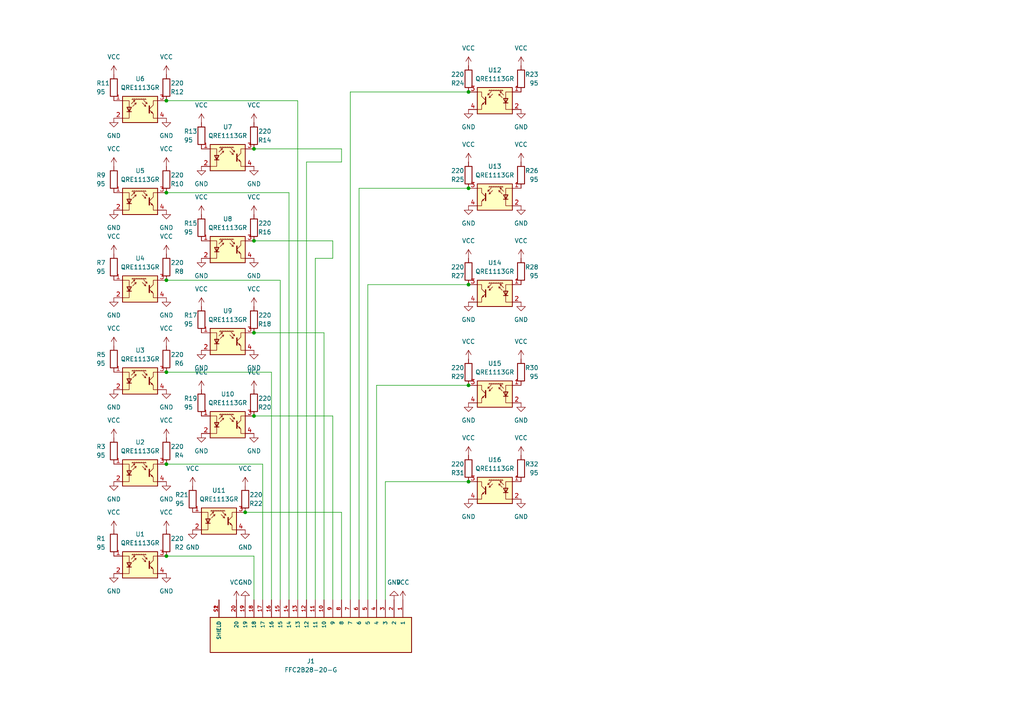
<source format=kicad_sch>
(kicad_sch (version 20230121) (generator eeschema)
  (paper "A4")
  (lib_symbols
    (symbol "Device:R" (pin_numbers hide) (pin_names (offset 0))
      (property "Reference" "R" (at 2.032 0 90))
      (property "Value" "R" (at 0 0 90))
      (symbol "R_0_1"
        (rectangle (start -1.016 -2.54) (end 1.016 2.54) (stroke (width 0.254)))
      )
      (symbol "R_1_1"
        (pin passive line (at 0 3.81 270) (length 1.27) (name "~") (number "1"))
        (pin passive line (at 0 -3.81 90) (length 1.27) (name "~") (number "2"))
      )
    )
    (symbol "FFC2B28-20-G:FFC2B28-20-G" (pin_names (offset 1.016))
      (property "Reference" "J" (at -5.08 28.702 0))
      (property "Value" "FFC2B28-20-G" (at -5.08 -33.02 0))
      (symbol "FFC2B28-20-G_0_0"
        (rectangle (start -5.08 -30.48) (end 5.08 27.94) (stroke (width 0.254)) (fill (type background)))
        (pin passive line (at -10.16 25.4 0) (length 5.08) (name "1") (number "1"))
        (pin passive line (at -10.16 2.54 0) (length 5.08) (name "10") (number "10"))
        (pin passive line (at -10.16 0 0) (length 5.08) (name "11") (number "11"))
        (pin passive line (at -10.16 -2.54 0) (length 5.08) (name "12") (number "12"))
        (pin passive line (at -10.16 -5.08 0) (length 5.08) (name "13") (number "13"))
        (pin passive line (at -10.16 -7.62 0) (length 5.08) (name "14") (number "14"))
        (pin passive line (at -10.16 -10.16 0) (length 5.08) (name "15") (number "15"))
        (pin passive line (at -10.16 -12.7 0) (length 5.08) (name "16") (number "16"))
        (pin passive line (at -10.16 -15.24 0) (length 5.08) (name "17") (number "17"))
        (pin passive line (at -10.16 -17.78 0) (length 5.08) (name "18") (number "18"))
        (pin passive line (at -10.16 -20.32 0) (length 5.08) (name "19") (number "19"))
        (pin passive line (at -10.16 22.86 0) (length 5.08) (name "2") (number "2"))
        (pin passive line (at -10.16 -22.86 0) (length 5.08) (name "20") (number "20"))
        (pin passive line (at -10.16 20.32 0) (length 5.08) (name "3") (number "3"))
        (pin passive line (at -10.16 17.78 0) (length 5.08) (name "4") (number "4"))
        (pin passive line (at -10.16 15.24 0) (length 5.08) (name "5") (number "5"))
        (pin passive line (at -10.16 12.7 0) (length 5.08) (name "6") (number "6"))
        (pin passive line (at -10.16 10.16 0) (length 5.08) (name "7") (number "7"))
        (pin passive line (at -10.16 7.62 0) (length 5.08) (name "8") (number "8"))
        (pin passive line (at -10.16 5.08 0) (length 5.08) (name "9") (number "9"))
        (pin passive line (at -10.16 -27.94 0) (length 5.08) (name "SHIELD") (number "S1"))
        (pin passive line (at -10.16 -27.94 0) (length 5.08) (name "SHIELD") (number "S2"))
      )
    )
    (symbol "Sensor_Proximity:QRE1113GR" (pin_names (offset 0.0254) hide)
      (property "Reference" "U" (at -3.81 5.08 0))
      (property "Value" "QRE1113GR" (at 11.43 5.08 0))
      (symbol "QRE1113GR_0_1"
        (polyline (pts (xy -3.81 -0.635) (xy -2.54 -0.635)) (stroke (width 0.254)))
        (polyline (pts (xy -2.286 2.921) (xy -2.032 3.175)))
        (polyline (pts (xy -1.778 2.921) (xy -1.524 3.175)))
        (polyline (pts (xy -1.524 2.667) (xy -1.651 2.159)))
        (polyline (pts (xy -1.27 2.921) (xy -1.016 3.175)))
        (polyline (pts (xy -1.143 1.905) (xy -1.27 1.397)))
        (polyline (pts (xy -0.762 2.921) (xy -0.508 3.175)))
        (polyline (pts (xy -0.254 2.921) (xy 0 3.175)))
        (polyline (pts (xy 0.254 2.921) (xy 0.508 3.175)))
        (polyline (pts (xy 0.762 2.921) (xy 1.016 3.175)))
        (polyline (pts (xy 1.27 2.921) (xy 1.524 3.175)))
        (polyline (pts (xy 1.651 0.889) (xy 1.143 1.016)))
        (polyline (pts (xy 1.778 2.921) (xy -2.413 2.921)))
        (polyline (pts (xy 2.032 1.651) (xy 1.524 1.778)))
        (polyline (pts (xy 2.667 -0.127) (xy 3.81 -1.27)))
        (polyline (pts (xy 2.667 0.127) (xy 3.81 1.27)))
        (polyline (pts (xy -2.54 1.651) (xy -1.524 2.667) (xy -2.032 2.54)))
        (polyline (pts (xy -2.159 0.889) (xy -1.143 1.905) (xy -1.651 1.778)))
        (polyline (pts (xy 0.635 1.905) (xy 1.651 0.889) (xy 1.524 1.397)))
        (polyline (pts (xy 1.016 2.667) (xy 2.032 1.651) (xy 1.905 2.159)))
        (polyline (pts (xy 2.667 1.016) (xy 2.667 -1.016) (xy 2.667 -1.016)) (stroke (width 0.3556)))
        (polyline (pts (xy 3.81 -1.27) (xy 3.81 -2.54) (xy 5.08 -2.54)))
        (polyline (pts (xy 3.81 1.27) (xy 3.81 2.54) (xy 5.08 2.54)))
        (polyline (pts (xy -5.08 -2.54) (xy -3.175 -2.54) (xy -3.175 2.54) (xy -5.08 2.54)))
        (polyline (pts (xy -3.175 -0.635) (xy -3.81 0.635) (xy -2.54 0.635) (xy -3.175 -0.635)) (stroke (width 0.254)))
        (polyline (pts (xy 3.683 -1.143) (xy 3.429 -0.635) (xy 3.175 -0.889) (xy 3.683 -1.143)))
        (polyline (pts (xy -5.08 -3.81) (xy 5.08 -3.81) (xy 5.08 3.81) (xy -5.08 3.81) (xy -5.08 -3.81)) (stroke (width 0.254)) (fill (type background)))
      )
      (symbol "QRE1113GR_1_1"
        (pin passive line (at -7.62 2.54 0) (length 2.54) (name "A") (number "1"))
        (pin passive line (at -7.62 -2.54 0) (length 2.54) (name "K") (number "2"))
        (pin open_collector line (at 7.62 2.54 180) (length 2.54) (name "~") (number "3"))
        (pin open_emitter line (at 7.62 -2.54 180) (length 2.54) (name "~") (number "4"))
      )
    )
    (symbol "power:GND" (power) (pin_names (offset 0))
      (property "Value" "GND" (at 0 -3.81 0))
      (symbol "GND_0_1"
        (polyline (pts (xy 0 0) (xy 0 -1.27) (xy 1.27 -1.27) (xy 0 -2.54) (xy -1.27 -1.27) (xy 0 -1.27)))
      )
      (symbol "GND_1_1"
        (pin power_in line (at 0 0 270) (length 0) hide (name "GND") (number "1"))
      )
    )
    (symbol "power:VCC" (power) (pin_names (offset 0))
      (property "Value" "VCC" (at 0 3.81 0))
      (symbol "VCC_0_1"
        (polyline (pts (xy -0.762 1.27) (xy 0 2.54)))
        (polyline (pts (xy 0 0) (xy 0 2.54)))
        (polyline (pts (xy 0 2.54) (xy 0.762 1.27)))
      )
      (symbol "VCC_1_1"
        (pin power_in line (at 0 0 90) (length 0) hide (name "VCC") (number "1"))
      )
    )
  )
  (junction (at 71.12 148.59))
  (junction (at 48.26 134.62))
  (junction (at 73.66 43.18))
  (junction (at 48.26 81.28))
  (junction (at 135.89 139.7))
  (junction (at 48.26 161.29))
  (junction (at 48.26 29.21))
  (junction (at 135.89 26.67))
  (junction (at 73.66 69.85))
  (junction (at 135.89 54.61))
  (junction (at 48.26 55.88))
  (junction (at 135.89 111.76))
  (junction (at 135.89 82.55))
  (junction (at 73.66 96.52))
  (junction (at 73.66 120.65))
  (junction (at 48.26 107.95))
  (wire (pts (xy 48.26 107.95) (xy 78.74 107.95)))
  (wire (pts (xy 135.89 26.67) (xy 101.6 26.67)))
  (wire (pts (xy 135.89 139.7) (xy 111.76 139.7)))
  (wire (pts (xy 48.26 81.28) (xy 81.28 81.28)))
  (wire (pts (xy 135.89 82.55) (xy 106.68 82.55)))
  (wire (pts (xy 73.66 43.18) (xy 99.06 43.18)))
  (wire (pts (xy 99.06 43.18) (xy 99.06 46.99)))
  (wire (pts (xy 73.66 69.85) (xy 96.52 69.85)))
  (wire (pts (xy 48.26 161.29) (xy 73.66 161.29)))
  (wire (pts (xy 81.28 81.28) (xy 81.28 173.99)))
  (wire (pts (xy 86.36 29.21) (xy 86.36 173.99)))
  (wire (pts (xy 73.66 96.52) (xy 93.98 96.52)))
  (wire (pts (xy 109.22 111.76) (xy 109.22 173.99)))
  (wire (pts (xy 48.26 29.21) (xy 86.36 29.21)))
  (wire (pts (xy 135.89 111.76) (xy 109.22 111.76)))
  (wire (pts (xy 99.06 148.59) (xy 99.06 173.99)))
  (wire (pts (xy 101.6 26.67) (xy 101.6 173.99)))
  (wire (pts (xy 71.12 148.59) (xy 99.06 148.59)))
  (wire (pts (xy 76.2 134.62) (xy 76.2 173.99)))
  (wire (pts (xy 73.66 161.29) (xy 73.66 173.99)))
  (wire (pts (xy 96.52 69.85) (xy 96.52 74.93)))
  (wire (pts (xy 48.26 55.88) (xy 83.82 55.88)))
  (wire (pts (xy 88.9 46.99) (xy 88.9 173.99)))
  (wire (pts (xy 83.82 55.88) (xy 83.82 173.99)))
  (wire (pts (xy 48.26 134.62) (xy 76.2 134.62)))
  (wire (pts (xy 96.52 74.93) (xy 91.44 74.93)))
  (wire (pts (xy 96.52 120.65) (xy 73.66 120.65)))
  (wire (pts (xy 106.68 82.55) (xy 106.68 173.99)))
  (wire (pts (xy 91.44 74.93) (xy 91.44 173.99)))
  (wire (pts (xy 99.06 46.99) (xy 88.9 46.99)))
  (wire (pts (xy 78.74 107.95) (xy 78.74 173.99)))
  (wire (pts (xy 96.52 120.65) (xy 96.52 173.99)))
  (wire (pts (xy 135.89 54.61) (xy 104.14 54.61)))
  (wire (pts (xy 104.14 54.61) (xy 104.14 173.99)))
  (wire (pts (xy 111.76 139.7) (xy 111.76 173.99)))
  (wire (pts (xy 93.98 96.52) (xy 93.98 173.99)))
  (symbol (lib_id "power:GND") (at 151.13 31.75 0) (mirror y) (unit 1)
    (property "Reference" "#PWR046" (effects hide))
    (property "Value" "GND" (at 151.13 36.83 0))
  )
  (symbol (lib_id "power:VCC") (at 135.89 46.99 0) (mirror y) (unit 1)
    (property "Reference" "#PWR049" (effects hide))
    (property "Value" "VCC" (at 135.89 41.91 0))
  )
  (symbol (lib_id "power:GND") (at 151.13 116.84 0) (mirror y) (unit 1)
    (property "Reference" "#PWR060" (effects hide))
    (property "Value" "GND" (at 151.13 121.92 0))
  )
  (symbol (lib_id "power:GND") (at 58.42 48.26 0) (unit 1)
    (property "Reference" "#PWR026" (effects hide))
    (property "Value" "GND" (at 58.42 53.34 0))
  )
  (symbol (lib_id "power:VCC") (at 73.66 62.23 0) (unit 1)
    (property "Reference" "#PWR031" (effects hide))
    (property "Value" "VCC" (at 73.66 57.15 0))
  )
  (symbol (lib_id "power:VCC") (at 151.13 46.99 0) (mirror y) (unit 1)
    (property "Reference" "#PWR051" (effects hide))
    (property "Value" "VCC" (at 151.13 41.91 0))
  )
  (symbol (lib_id "power:VCC") (at 151.13 132.08 0) (mirror y) (unit 1)
    (property "Reference" "#PWR063" (effects hide))
    (property "Value" "VCC" (at 151.13 127 0))
  )
  (symbol (lib_id "Sensor_Proximity:QRE1113GR") (at 40.64 31.75 0) (unit 1)
    (property "Reference" "U6" (at 40.64 22.86 0))
    (property "Value" "QRE1113GR" (at 40.64 25.4 0))
    (property "Footprint" "OptoDevice:OnSemi_CASE100CY" (effects hide))
    (property "Datasheet" "http://www.onsemi.com/pub/Collateral/QRE1113-D.PDF" (effects hide))
  )
  (symbol (lib_id "power:GND") (at 33.02 166.37 0) (unit 1)
    (property "Reference" "#PWR01" (effects hide))
    (property "Value" "GND" (at 33.02 171.45 0))
  )
  (symbol (lib_id "power:VCC") (at 48.26 48.26 0) (unit 1)
    (property "Reference" "#PWR019" (effects hide))
    (property "Value" "VCC" (at 48.26 43.18 0))
  )
  (symbol (lib_id "power:VCC") (at 33.02 153.67 0) (unit 1)
    (property "Reference" "#PWR03" (effects hide))
    (property "Value" "VCC" (at 33.02 148.59 0))
  )
  (symbol (lib_id "Device:R") (at 58.42 116.84 0) (unit 1)
    (property "Reference" "R19" (at 53.34 115.57 0) (effects (justify left)))
    (property "Value" "95" (at 53.34 118.11 0) (effects (justify left)))
    (property "Footprint" "Resistor_SMD:R_0603_1608Metric_Pad0.98x0.95mm_HandSolder" (effects hide))
  )
  (symbol (lib_id "power:VCC") (at 48.26 73.66 0) (unit 1)
    (property "Reference" "#PWR015" (effects hide))
    (property "Value" "VCC" (at 48.26 68.58 0))
  )
  (symbol (lib_id "power:VCC") (at 151.13 74.93 0) (mirror y) (unit 1)
    (property "Reference" "#PWR055" (effects hide))
    (property "Value" "VCC" (at 151.13 69.85 0))
  )
  (symbol (lib_id "power:GND") (at 73.66 48.26 0) (unit 1)
    (property "Reference" "#PWR028" (effects hide))
    (property "Value" "GND" (at 73.66 53.34 0))
  )
  (symbol (lib_id "Device:R") (at 33.02 25.4 0) (unit 1)
    (property "Reference" "R11" (at 27.94 24.13 0) (effects (justify left)))
    (property "Value" "95" (at 27.94 26.67 0) (effects (justify left)))
    (property "Footprint" "Resistor_SMD:R_0603_1608Metric_Pad0.98x0.95mm_HandSolder" (effects hide))
  )
  (symbol (lib_id "power:VCC") (at 58.42 113.03 0) (unit 1)
    (property "Reference" "#PWR037" (effects hide))
    (property "Value" "VCC" (at 58.42 107.95 0))
  )
  (symbol (lib_id "Sensor_Proximity:QRE1113GR") (at 40.64 137.16 0) (unit 1)
    (property "Reference" "U2" (at 40.64 128.27 0))
    (property "Value" "QRE1113GR" (at 40.64 130.81 0))
    (property "Footprint" "OptoDevice:OnSemi_CASE100CY" (effects hide))
    (property "Datasheet" "http://www.onsemi.com/pub/Collateral/QRE1113-D.PDF" (effects hide))
  )
  (symbol (lib_id "Device:R") (at 58.42 92.71 0) (unit 1)
    (property "Reference" "R17" (at 53.34 91.44 0) (effects (justify left)))
    (property "Value" "95" (at 53.34 93.98 0) (effects (justify left)))
    (property "Footprint" "Resistor_SMD:R_0603_1608Metric_Pad0.98x0.95mm_HandSolder" (effects hide))
  )
  (symbol (lib_id "power:GND") (at 58.42 125.73 0) (unit 1)
    (property "Reference" "#PWR038" (effects hide))
    (property "Value" "GND" (at 58.42 130.81 0))
  )
  (symbol (lib_id "power:VCC") (at 48.26 100.33 0) (unit 1)
    (property "Reference" "#PWR011" (effects hide))
    (property "Value" "VCC" (at 48.26 95.25 0))
  )
  (symbol (lib_id "Sensor_Proximity:QRE1113GR") (at 143.51 29.21 0) (mirror y) (unit 1)
    (property "Reference" "U12" (at 143.51 20.32 0))
    (property "Value" "QRE1113GR" (at 143.51 22.86 0))
    (property "Footprint" "OptoDevice:OnSemi_CASE100CY" (effects hide))
    (property "Datasheet" "http://www.onsemi.com/pub/Collateral/QRE1113-D.PDF" (effects hide))
  )
  (symbol (lib_id "power:VCC") (at 135.89 132.08 0) (mirror y) (unit 1)
    (property "Reference" "#PWR061" (effects hide))
    (property "Value" "VCC" (at 135.89 127 0))
  )
  (symbol (lib_id "power:GND") (at 33.02 34.29 0) (unit 1)
    (property "Reference" "#PWR022" (effects hide))
    (property "Value" "GND" (at 33.02 39.37 0))
  )
  (symbol (lib_id "power:GND") (at 48.26 139.7 0) (unit 1)
    (property "Reference" "#PWR08" (effects hide))
    (property "Value" "GND" (at 48.26 144.78 0))
  )
  (symbol (lib_id "Device:R") (at 135.89 78.74 0) (mirror x) (unit 1)
    (property "Reference" "R27" (at 130.81 80.01 0) (effects (justify left)))
    (property "Value" "220" (at 130.81 77.47 0) (effects (justify left)))
    (property "Footprint" "Resistor_SMD:R_0603_1608Metric_Pad0.98x0.95mm_HandSolder" (effects hide))
  )
  (symbol (lib_id "power:VCC") (at 33.02 21.59 0) (unit 1)
    (property "Reference" "#PWR021" (effects hide))
    (property "Value" "VCC" (at 33.02 16.51 0))
  )
  (symbol (lib_id "power:VCC") (at 116.84 173.99 0) (unit 1)
    (property "Reference" "#PWR068" (effects hide))
    (property "Value" "VCC" (at 116.84 168.91 0))
  )
  (symbol (lib_id "Device:R") (at 48.26 104.14 180) (unit 1)
    (property "Reference" "R6" (at 53.34 105.41 0) (effects (justify left)))
    (property "Value" "220" (at 53.34 102.87 0) (effects (justify left)))
    (property "Footprint" "Resistor_SMD:R_0603_1608Metric_Pad0.98x0.95mm_HandSolder" (effects hide))
  )
  (symbol (lib_id "power:VCC") (at 135.89 104.14 0) (mirror y) (unit 1)
    (property "Reference" "#PWR057" (effects hide))
    (property "Value" "VCC" (at 135.89 99.06 0))
  )
  (symbol (lib_id "Device:R") (at 73.66 92.71 180) (unit 1)
    (property "Reference" "R18" (at 78.74 93.98 0) (effects (justify left)))
    (property "Value" "220" (at 78.74 91.44 0) (effects (justify left)))
    (property "Footprint" "Resistor_SMD:R_0603_1608Metric_Pad0.98x0.95mm_HandSolder" (effects hide))
  )
  (symbol (lib_id "Sensor_Proximity:QRE1113GR") (at 66.04 123.19 0) (unit 1)
    (property "Reference" "U10" (at 66.04 114.3 0))
    (property "Value" "QRE1113GR" (at 66.04 116.84 0))
    (property "Footprint" "OptoDevice:OnSemi_CASE100CY" (effects hide))
    (property "Datasheet" "http://www.onsemi.com/pub/Collateral/QRE1113-D.PDF" (effects hide))
  )
  (symbol (lib_id "Sensor_Proximity:QRE1113GR") (at 40.64 58.42 0) (unit 1)
    (property "Reference" "U5" (at 40.64 49.53 0))
    (property "Value" "QRE1113GR" (at 40.64 52.07 0))
    (property "Footprint" "OptoDevice:OnSemi_CASE100CY" (effects hide))
    (property "Datasheet" "http://www.onsemi.com/pub/Collateral/QRE1113-D.PDF" (effects hide))
  )
  (symbol (lib_id "power:GND") (at 48.26 166.37 0) (unit 1)
    (property "Reference" "#PWR02" (effects hide))
    (property "Value" "GND" (at 48.26 171.45 0))
  )
  (symbol (lib_id "power:VCC") (at 48.26 153.67 0) (unit 1)
    (property "Reference" "#PWR04" (effects hide))
    (property "Value" "VCC" (at 48.26 148.59 0))
  )
  (symbol (lib_id "Device:R") (at 73.66 39.37 180) (unit 1)
    (property "Reference" "R14" (at 78.74 40.64 0) (effects (justify left)))
    (property "Value" "220" (at 78.74 38.1 0) (effects (justify left)))
    (property "Footprint" "Resistor_SMD:R_0603_1608Metric_Pad0.98x0.95mm_HandSolder" (effects hide))
  )
  (symbol (lib_id "Device:R") (at 58.42 39.37 0) (unit 1)
    (property "Reference" "R13" (at 53.34 38.1 0) (effects (justify left)))
    (property "Value" "95" (at 53.34 40.64 0) (effects (justify left)))
    (property "Footprint" "Resistor_SMD:R_0603_1608Metric_Pad0.98x0.95mm_HandSolder" (effects hide))
  )
  (symbol (lib_id "power:VCC") (at 135.89 74.93 0) (mirror y) (unit 1)
    (property "Reference" "#PWR053" (effects hide))
    (property "Value" "VCC" (at 135.89 69.85 0))
  )
  (symbol (lib_id "power:GND") (at 55.88 153.67 0) (unit 1)
    (property "Reference" "#PWR042" (effects hide))
    (property "Value" "GND" (at 55.88 158.75 0))
  )
  (symbol (lib_id "power:GND") (at 135.89 116.84 0) (mirror y) (unit 1)
    (property "Reference" "#PWR058" (effects hide))
    (property "Value" "GND" (at 135.89 121.92 0))
  )
  (symbol (lib_id "power:VCC") (at 58.42 35.56 0) (unit 1)
    (property "Reference" "#PWR025" (effects hide))
    (property "Value" "VCC" (at 58.42 30.48 0))
  )
  (symbol (lib_id "Sensor_Proximity:QRE1113GR") (at 66.04 99.06 0) (unit 1)
    (property "Reference" "U9" (at 66.04 90.17 0))
    (property "Value" "QRE1113GR" (at 66.04 92.71 0))
    (property "Footprint" "OptoDevice:OnSemi_CASE100CY" (effects hide))
    (property "Datasheet" "http://www.onsemi.com/pub/Collateral/QRE1113-D.PDF" (effects hide))
  )
  (symbol (lib_id "Device:R") (at 135.89 50.8 0) (mirror x) (unit 1)
    (property "Reference" "R25" (at 130.81 52.07 0) (effects (justify left)))
    (property "Value" "220" (at 130.81 49.53 0) (effects (justify left)))
    (property "Footprint" "Resistor_SMD:R_0603_1608Metric_Pad0.98x0.95mm_HandSolder" (effects hide))
  )
  (symbol (lib_id "Device:R") (at 135.89 22.86 0) (mirror x) (unit 1)
    (property "Reference" "R24" (at 130.81 24.13 0) (effects (justify left)))
    (property "Value" "220" (at 130.81 21.59 0) (effects (justify left)))
    (property "Footprint" "Resistor_SMD:R_0603_1608Metric_Pad0.98x0.95mm_HandSolder" (effects hide))
  )
  (symbol (lib_id "Device:R") (at 135.89 107.95 0) (mirror x) (unit 1)
    (property "Reference" "R29" (at 130.81 109.22 0) (effects (justify left)))
    (property "Value" "220" (at 130.81 106.68 0) (effects (justify left)))
    (property "Footprint" "Resistor_SMD:R_0603_1608Metric_Pad0.98x0.95mm_HandSolder" (effects hide))
  )
  (symbol (lib_id "Sensor_Proximity:QRE1113GR") (at 143.51 57.15 0) (mirror y) (unit 1)
    (property "Reference" "U13" (at 143.51 48.26 0))
    (property "Value" "QRE1113GR" (at 143.51 50.8 0))
    (property "Footprint" "OptoDevice:OnSemi_CASE100CY" (effects hide))
    (property "Datasheet" "http://www.onsemi.com/pub/Collateral/QRE1113-D.PDF" (effects hide))
  )
  (symbol (lib_id "power:VCC") (at 71.12 140.97 0) (unit 1)
    (property "Reference" "#PWR043" (effects hide))
    (property "Value" "VCC" (at 71.12 135.89 0))
  )
  (symbol (lib_id "Device:R") (at 48.26 157.48 180) (unit 1)
    (property "Reference" "R2" (at 53.34 158.75 0) (effects (justify left)))
    (property "Value" "220" (at 53.34 156.21 0) (effects (justify left)))
    (property "Footprint" "Resistor_SMD:R_0603_1608Metric_Pad0.98x0.95mm_HandSolder" (effects hide))
  )
  (symbol (lib_id "power:GND") (at 135.89 59.69 0) (mirror y) (unit 1)
    (property "Reference" "#PWR050" (effects hide))
    (property "Value" "GND" (at 135.89 64.77 0))
  )
  (symbol (lib_id "Device:R") (at 33.02 77.47 0) (unit 1)
    (property "Reference" "R7" (at 27.94 76.2 0) (effects (justify left)))
    (property "Value" "95" (at 27.94 78.74 0) (effects (justify left)))
    (property "Footprint" "Resistor_SMD:R_0603_1608Metric_Pad0.98x0.95mm_HandSolder" (effects hide))
  )
  (symbol (lib_id "Device:R") (at 73.66 66.04 180) (unit 1)
    (property "Reference" "R16" (at 78.74 67.31 0) (effects (justify left)))
    (property "Value" "220" (at 78.74 64.77 0) (effects (justify left)))
    (property "Footprint" "Resistor_SMD:R_0603_1608Metric_Pad0.98x0.95mm_HandSolder" (effects hide))
  )
  (symbol (lib_id "power:VCC") (at 58.42 88.9 0) (unit 1)
    (property "Reference" "#PWR033" (effects hide))
    (property "Value" "VCC" (at 58.42 83.82 0))
  )
  (symbol (lib_id "power:VCC") (at 151.13 19.05 0) (mirror y) (unit 1)
    (property "Reference" "#PWR045" (effects hide))
    (property "Value" "VCC" (at 151.13 13.97 0))
  )
  (symbol (lib_id "Device:R") (at 151.13 22.86 0) (mirror y) (unit 1)
    (property "Reference" "R23" (at 156.21 21.59 0) (effects (justify left)))
    (property "Value" "95" (at 156.21 24.13 0) (effects (justify left)))
    (property "Footprint" "Resistor_SMD:R_0603_1608Metric_Pad0.98x0.95mm_HandSolder" (effects hide))
  )
  (symbol (lib_id "power:GND") (at 151.13 59.69 0) (mirror y) (unit 1)
    (property "Reference" "#PWR052" (effects hide))
    (property "Value" "GND" (at 151.13 64.77 0))
  )
  (symbol (lib_id "Device:R") (at 73.66 116.84 180) (unit 1)
    (property "Reference" "R20" (at 78.74 118.11 0) (effects (justify left)))
    (property "Value" "220" (at 78.74 115.57 0) (effects (justify left)))
    (property "Footprint" "Resistor_SMD:R_0603_1608Metric_Pad0.98x0.95mm_HandSolder" (effects hide))
  )
  (symbol (lib_id "Device:R") (at 151.13 135.89 0) (mirror y) (unit 1)
    (property "Reference" "R32" (at 156.21 134.62 0) (effects (justify left)))
    (property "Value" "95" (at 156.21 137.16 0) (effects (justify left)))
    (property "Footprint" "Resistor_SMD:R_0603_1608Metric_Pad0.98x0.95mm_HandSolder" (effects hide))
  )
  (symbol (lib_id "power:GND") (at 48.26 113.03 0) (unit 1)
    (property "Reference" "#PWR012" (effects hide))
    (property "Value" "GND" (at 48.26 118.11 0))
  )
  (symbol (lib_id "Device:R") (at 58.42 66.04 0) (unit 1)
    (property "Reference" "R15" (at 53.34 64.77 0) (effects (justify left)))
    (property "Value" "95" (at 53.34 67.31 0) (effects (justify left)))
    (property "Footprint" "Resistor_SMD:R_0603_1608Metric_Pad0.98x0.95mm_HandSolder" (effects hide))
  )
  (symbol (lib_id "power:GND") (at 48.26 60.96 0) (unit 1)
    (property "Reference" "#PWR020" (effects hide))
    (property "Value" "GND" (at 48.26 66.04 0))
  )
  (symbol (lib_id "power:GND") (at 114.3 173.99 180) (unit 1)
    (property "Reference" "#PWR065" (effects hide))
    (property "Value" "GND" (at 114.3 168.91 0))
  )
  (symbol (lib_id "Device:R") (at 48.26 52.07 180) (unit 1)
    (property "Reference" "R10" (at 53.34 53.34 0) (effects (justify left)))
    (property "Value" "220" (at 53.34 50.8 0) (effects (justify left)))
    (property "Footprint" "Resistor_SMD:R_0603_1608Metric_Pad0.98x0.95mm_HandSolder" (effects hide))
  )
  (symbol (lib_id "power:VCC") (at 135.89 19.05 0) (mirror y) (unit 1)
    (property "Reference" "#PWR047" (effects hide))
    (property "Value" "VCC" (at 135.89 13.97 0))
  )
  (symbol (lib_id "Device:R") (at 33.02 130.81 0) (unit 1)
    (property "Reference" "R3" (at 27.94 129.54 0) (effects (justify left)))
    (property "Value" "95" (at 27.94 132.08 0) (effects (justify left)))
    (property "Footprint" "Resistor_SMD:R_0603_1608Metric_Pad0.98x0.95mm_HandSolder" (effects hide))
  )
  (symbol (lib_id "Sensor_Proximity:QRE1113GR") (at 40.64 110.49 0) (unit 1)
    (property "Reference" "U3" (at 40.64 101.6 0))
    (property "Value" "QRE1113GR" (at 40.64 104.14 0))
    (property "Footprint" "OptoDevice:OnSemi_CASE100CY" (effects hide))
    (property "Datasheet" "http://www.onsemi.com/pub/Collateral/QRE1113-D.PDF" (effects hide))
  )
  (symbol (lib_id "Device:R") (at 151.13 78.74 0) (mirror y) (unit 1)
    (property "Reference" "R28" (at 156.21 77.47 0) (effects (justify left)))
    (property "Value" "95" (at 156.21 80.01 0) (effects (justify left)))
    (property "Footprint" "Resistor_SMD:R_0603_1608Metric_Pad0.98x0.95mm_HandSolder" (effects hide))
  )
  (symbol (lib_id "power:GND") (at 71.12 173.99 180) (unit 1)
    (property "Reference" "#PWR066" (effects hide))
    (property "Value" "GND" (at 71.12 168.91 0))
  )
  (symbol (lib_id "power:VCC") (at 73.66 35.56 0) (unit 1)
    (property "Reference" "#PWR027" (effects hide))
    (property "Value" "VCC" (at 73.66 30.48 0))
  )
  (symbol (lib_id "power:VCC") (at 33.02 100.33 0) (unit 1)
    (property "Reference" "#PWR09" (effects hide))
    (property "Value" "VCC" (at 33.02 95.25 0))
  )
  (symbol (lib_id "power:GND") (at 33.02 113.03 0) (unit 1)
    (property "Reference" "#PWR010" (effects hide))
    (property "Value" "GND" (at 33.02 118.11 0))
  )
  (symbol (lib_id "Sensor_Proximity:QRE1113GR") (at 66.04 45.72 0) (unit 1)
    (property "Reference" "U7" (at 66.04 36.83 0))
    (property "Value" "QRE1113GR" (at 66.04 39.37 0))
    (property "Footprint" "OptoDevice:OnSemi_CASE100CY" (effects hide))
    (property "Datasheet" "http://www.onsemi.com/pub/Collateral/QRE1113-D.PDF" (effects hide))
  )
  (symbol (lib_id "power:GND") (at 135.89 87.63 0) (mirror y) (unit 1)
    (property "Reference" "#PWR054" (effects hide))
    (property "Value" "GND" (at 135.89 92.71 0))
  )
  (symbol (lib_id "Sensor_Proximity:QRE1113GR") (at 40.64 83.82 0) (unit 1)
    (property "Reference" "U4" (at 40.64 74.93 0))
    (property "Value" "QRE1113GR" (at 40.64 77.47 0))
    (property "Footprint" "OptoDevice:OnSemi_CASE100CY" (effects hide))
    (property "Datasheet" "http://www.onsemi.com/pub/Collateral/QRE1113-D.PDF" (effects hide))
  )
  (symbol (lib_id "power:GND") (at 71.12 153.67 0) (unit 1)
    (property "Reference" "#PWR044" (effects hide))
    (property "Value" "GND" (at 71.12 158.75 0))
  )
  (symbol (lib_id "Device:R") (at 151.13 107.95 0) (mirror y) (unit 1)
    (property "Reference" "R30" (at 156.21 106.68 0) (effects (justify left)))
    (property "Value" "95" (at 156.21 109.22 0) (effects (justify left)))
    (property "Footprint" "Resistor_SMD:R_0603_1608Metric_Pad0.98x0.95mm_HandSolder" (effects hide))
  )
  (symbol (lib_id "Sensor_Proximity:QRE1113GR") (at 40.64 163.83 0) (unit 1)
    (property "Reference" "U1" (at 40.64 154.94 0))
    (property "Value" "QRE1113GR" (at 40.64 157.48 0))
    (property "Footprint" "OptoDevice:OnSemi_CASE100CY" (effects hide))
    (property "Datasheet" "http://www.onsemi.com/pub/Collateral/QRE1113-D.PDF" (effects hide))
  )
  (symbol (lib_id "power:GND") (at 48.26 34.29 0) (unit 1)
    (property "Reference" "#PWR024" (effects hide))
    (property "Value" "GND" (at 48.26 39.37 0))
  )
  (symbol (lib_id "Device:R") (at 48.26 77.47 180) (unit 1)
    (property "Reference" "R8" (at 53.34 78.74 0) (effects (justify left)))
    (property "Value" "220" (at 53.34 76.2 0) (effects (justify left)))
    (property "Footprint" "Resistor_SMD:R_0603_1608Metric_Pad0.98x0.95mm_HandSolder" (effects hide))
  )
  (symbol (lib_id "power:VCC") (at 48.26 21.59 0) (unit 1)
    (property "Reference" "#PWR023" (effects hide))
    (property "Value" "VCC" (at 48.26 16.51 0))
  )
  (symbol (lib_id "power:VCC") (at 48.26 127 0) (unit 1)
    (property "Reference" "#PWR07" (effects hide))
    (property "Value" "VCC" (at 48.26 121.92 0))
  )
  (symbol (lib_id "power:VCC") (at 58.42 62.23 0) (unit 1)
    (property "Reference" "#PWR029" (effects hide))
    (property "Value" "VCC" (at 58.42 57.15 0))
  )
  (symbol (lib_id "power:GND") (at 73.66 74.93 0) (unit 1)
    (property "Reference" "#PWR032" (effects hide))
    (property "Value" "GND" (at 73.66 80.01 0))
  )
  (symbol (lib_id "Sensor_Proximity:QRE1113GR") (at 143.51 114.3 0) (mirror y) (unit 1)
    (property "Reference" "U15" (at 143.51 105.41 0))
    (property "Value" "QRE1113GR" (at 143.51 107.95 0))
    (property "Footprint" "OptoDevice:OnSemi_CASE100CY" (effects hide))
    (property "Datasheet" "http://www.onsemi.com/pub/Collateral/QRE1113-D.PDF" (effects hide))
  )
  (symbol (lib_id "Sensor_Proximity:QRE1113GR") (at 143.51 85.09 0) (mirror y) (unit 1)
    (property "Reference" "U14" (at 143.51 76.2 0))
    (property "Value" "QRE1113GR" (at 143.51 78.74 0))
    (property "Footprint" "OptoDevice:OnSemi_CASE100CY" (effects hide))
    (property "Datasheet" "http://www.onsemi.com/pub/Collateral/QRE1113-D.PDF" (effects hide))
  )
  (symbol (lib_id "power:VCC") (at 55.88 140.97 0) (unit 1)
    (property "Reference" "#PWR041" (effects hide))
    (property "Value" "VCC" (at 55.88 135.89 0))
  )
  (symbol (lib_id "power:GND") (at 135.89 31.75 0) (mirror y) (unit 1)
    (property "Reference" "#PWR048" (effects hide))
    (property "Value" "GND" (at 135.89 36.83 0))
  )
  (symbol (lib_id "power:VCC") (at 73.66 113.03 0) (unit 1)
    (property "Reference" "#PWR039" (effects hide))
    (property "Value" "VCC" (at 73.66 107.95 0))
  )
  (symbol (lib_id "power:GND") (at 58.42 74.93 0) (unit 1)
    (property "Reference" "#PWR030" (effects hide))
    (property "Value" "GND" (at 58.42 80.01 0))
  )
  (symbol (lib_id "power:GND") (at 135.89 144.78 0) (mirror y) (unit 1)
    (property "Reference" "#PWR062" (effects hide))
    (property "Value" "GND" (at 135.89 149.86 0))
  )
  (symbol (lib_id "Sensor_Proximity:QRE1113GR") (at 143.51 142.24 0) (mirror y) (unit 1)
    (property "Reference" "U16" (at 143.51 133.35 0))
    (property "Value" "QRE1113GR" (at 143.51 135.89 0))
    (property "Footprint" "OptoDevice:OnSemi_CASE100CY" (effects hide))
    (property "Datasheet" "http://www.onsemi.com/pub/Collateral/QRE1113-D.PDF" (effects hide))
  )
  (symbol (lib_id "power:VCC") (at 73.66 88.9 0) (unit 1)
    (property "Reference" "#PWR035" (effects hide))
    (property "Value" "VCC" (at 73.66 83.82 0))
  )
  (symbol (lib_id "Device:R") (at 55.88 144.78 0) (unit 1)
    (property "Reference" "R21" (at 50.8 143.51 0) (effects (justify left)))
    (property "Value" "95" (at 50.8 146.05 0) (effects (justify left)))
    (property "Footprint" "Resistor_SMD:R_0603_1608Metric_Pad0.98x0.95mm_HandSolder" (effects hide))
  )
  (symbol (lib_id "Device:R") (at 151.13 50.8 0) (mirror y) (unit 1)
    (property "Reference" "R26" (at 156.21 49.53 0) (effects (justify left)))
    (property "Value" "95" (at 156.21 52.07 0) (effects (justify left)))
    (property "Footprint" "Resistor_SMD:R_0603_1608Metric_Pad0.98x0.95mm_HandSolder" (effects hide))
  )
  (symbol (lib_id "power:GND") (at 33.02 60.96 0) (unit 1)
    (property "Reference" "#PWR018" (effects hide))
    (property "Value" "GND" (at 33.02 66.04 0))
  )
  (symbol (lib_id "Device:R") (at 33.02 157.48 0) (unit 1)
    (property "Reference" "R1" (at 27.94 156.21 0) (effects (justify left)))
    (property "Value" "95" (at 27.94 158.75 0) (effects (justify left)))
    (property "Footprint" "Resistor_SMD:R_0603_1608Metric_Pad0.98x0.95mm_HandSolder" (effects hide))
  )
  (symbol (lib_id "power:GND") (at 73.66 101.6 0) (unit 1)
    (property "Reference" "#PWR036" (effects hide))
    (property "Value" "GND" (at 73.66 106.68 0))
  )
  (symbol (lib_id "Device:R") (at 71.12 144.78 180) (unit 1)
    (property "Reference" "R22" (at 76.2 146.05 0) (effects (justify left)))
    (property "Value" "220" (at 76.2 143.51 0) (effects (justify left)))
    (property "Footprint" "Resistor_SMD:R_0603_1608Metric_Pad0.98x0.95mm_HandSolder" (effects hide))
  )
  (symbol (lib_id "Device:R") (at 33.02 52.07 0) (unit 1)
    (property "Reference" "R9" (at 27.94 50.8 0) (effects (justify left)))
    (property "Value" "95" (at 27.94 53.34 0) (effects (justify left)))
    (property "Footprint" "Resistor_SMD:R_0603_1608Metric_Pad0.98x0.95mm_HandSolder" (effects hide))
  )
  (symbol (lib_id "power:VCC") (at 33.02 48.26 0) (unit 1)
    (property "Reference" "#PWR017" (effects hide))
    (property "Value" "VCC" (at 33.02 43.18 0))
  )
  (symbol (lib_id "FFC2B28-20-G:FFC2B28-20-G") (at 91.44 184.15 270) (unit 1)
    (property "Reference" "J1" (at 90.17 191.77 90))
    (property "Value" "FFC2B28-20-G" (at 90.17 194.31 90))
    (property "Footprint" "Connector_FFC-FPC:Hirose_FH12-20S-0.5SH_1x20-1MP_P0.50mm_Horizontal" (effects hide))
    (property "MF" "Global Connector Technology" (effects hide))
    (property "MAXIMUM_PACKAGE_HEIGHT" "1.75mm" (effects hide))
    (property "Package" "None" (effects hide))
    (property "Price" "None" (effects hide))
    (property "Check_prices" "https://www.snapeda.com/parts/FFC2B28-20-G/Global+Connector+Technology/view-part/?ref=eda" (effects hide))
    (property "STANDARD" "Manufacturer Recommendations" (effects hide))
    (property "PARTREV" "A" (effects hide))
    (property "SnapEDA_Link" "https://www.snapeda.com/parts/FFC2B28-20-G/Global+Connector+Technology/view-part/?ref=snap" (effects hide))
    (property "MP" "FFC2B28-20-G" (effects hide))
    (property "Description" "\n20 Position FFC, FPC Connector Contacts, Top and Bottom 0.020 (0.50mm) Surface Mount, Right Angle\n" (effects hide))
    (property "Availability" "In Stock" (effects hide))
    (property "MANUFACTURER" "GCT" (effects hide))
  )
  (symbol (lib_id "Device:R") (at 33.02 104.14 0) (unit 1)
    (property "Reference" "R5" (at 27.94 102.87 0) (effects (justify left)))
    (property "Value" "95" (at 27.94 105.41 0) (effects (justify left)))
    (property "Footprint" "Resistor_SMD:R_0603_1608Metric_Pad0.98x0.95mm_HandSolder" (effects hide))
  )
  (symbol (lib_id "Device:R") (at 48.26 25.4 180) (unit 1)
    (property "Reference" "R12" (at 53.34 26.67 0) (effects (justify left)))
    (property "Value" "220" (at 53.34 24.13 0) (effects (justify left)))
    (property "Footprint" "Resistor_SMD:R_0603_1608Metric_Pad0.98x0.95mm_HandSolder" (effects hide))
  )
  (symbol (lib_id "Sensor_Proximity:QRE1113GR") (at 66.04 72.39 0) (unit 1)
    (property "Reference" "U8" (at 66.04 63.5 0))
    (property "Value" "QRE1113GR" (at 66.04 66.04 0))
    (property "Footprint" "OptoDevice:OnSemi_CASE100CY" (effects hide))
    (property "Datasheet" "http://www.onsemi.com/pub/Collateral/QRE1113-D.PDF" (effects hide))
  )
  (symbol (lib_id "power:GND") (at 33.02 86.36 0) (unit 1)
    (property "Reference" "#PWR014" (effects hide))
    (property "Value" "GND" (at 33.02 91.44 0))
  )
  (symbol (lib_id "power:VCC") (at 68.58 173.99 0) (unit 1)
    (property "Reference" "#PWR067" (effects hide))
    (property "Value" "VCC" (at 68.58 168.91 0))
  )
  (symbol (lib_id "power:GND") (at 58.42 101.6 0) (unit 1)
    (property "Reference" "#PWR034" (effects hide))
    (property "Value" "GND" (at 58.42 106.68 0))
  )
  (symbol (lib_id "power:VCC") (at 151.13 104.14 0) (mirror y) (unit 1)
    (property "Reference" "#PWR059" (effects hide))
    (property "Value" "VCC" (at 151.13 99.06 0))
  )
  (symbol (lib_id "power:GND") (at 151.13 87.63 0) (mirror y) (unit 1)
    (property "Reference" "#PWR056" (effects hide))
    (property "Value" "GND" (at 151.13 92.71 0))
  )
  (symbol (lib_id "Device:R") (at 48.26 130.81 180) (unit 1)
    (property "Reference" "R4" (at 53.34 132.08 0) (effects (justify left)))
    (property "Value" "220" (at 53.34 129.54 0) (effects (justify left)))
    (property "Footprint" "Resistor_SMD:R_0603_1608Metric_Pad0.98x0.95mm_HandSolder" (effects hide))
  )
  (symbol (lib_id "Sensor_Proximity:QRE1113GR") (at 63.5 151.13 0) (unit 1)
    (property "Reference" "U11" (at 63.5 142.24 0))
    (property "Value" "QRE1113GR" (at 63.5 144.78 0))
    (property "Footprint" "OptoDevice:OnSemi_CASE100CY" (effects hide))
    (property "Datasheet" "http://www.onsemi.com/pub/Collateral/QRE1113-D.PDF" (effects hide))
  )
  (symbol (lib_id "power:GND") (at 73.66 125.73 0) (unit 1)
    (property "Reference" "#PWR040" (effects hide))
    (property "Value" "GND" (at 73.66 130.81 0))
  )
  (symbol (lib_id "power:GND") (at 33.02 139.7 0) (unit 1)
    (property "Reference" "#PWR06" (effects hide))
    (property "Value" "GND" (at 33.02 144.78 0))
  )
  (symbol (lib_id "power:GND") (at 48.26 86.36 0) (unit 1)
    (property "Reference" "#PWR016" (effects hide))
    (property "Value" "GND" (at 48.26 91.44 0))
  )
  (symbol (lib_id "power:VCC") (at 33.02 73.66 0) (unit 1)
    (property "Reference" "#PWR013" (effects hide))
    (property "Value" "VCC" (at 33.02 68.58 0))
  )
  (symbol (lib_id "Device:R") (at 135.89 135.89 0) (mirror x) (unit 1)
    (property "Reference" "R31" (at 130.81 137.16 0) (effects (justify left)))
    (property "Value" "220" (at 130.81 134.62 0) (effects (justify left)))
    (property "Footprint" "Resistor_SMD:R_0603_1608Metric_Pad0.98x0.95mm_HandSolder" (effects hide))
  )
  (symbol (lib_id "power:GND") (at 151.13 144.78 0) (mirror y) (unit 1)
    (property "Reference" "#PWR064" (effects hide))
    (property "Value" "GND" (at 151.13 149.86 0))
  )
  (symbol (lib_id "power:VCC") (at 33.02 127 0) (unit 1)
    (property "Reference" "#PWR05" (effects hide))
    (property "Value" "VCC" (at 33.02 121.92 0))
  )
)
</source>
